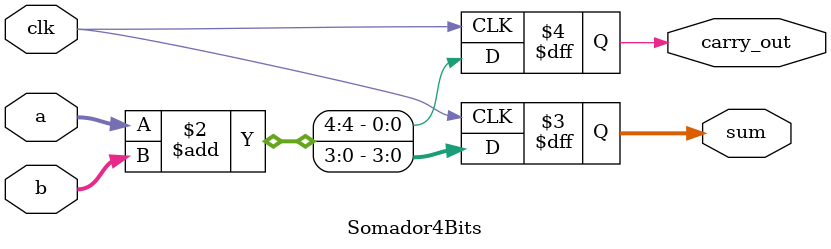
<source format=v>
`timescale 1ns/1ps

module Somador4Bits (
	input clk,
	input [3:0] a, b,
	output reg [3:0] sum,
	output reg carry_out
);

always @(posedge clk)
begin
	{carry_out, sum} <= a + b;
end

endmodule
</source>
